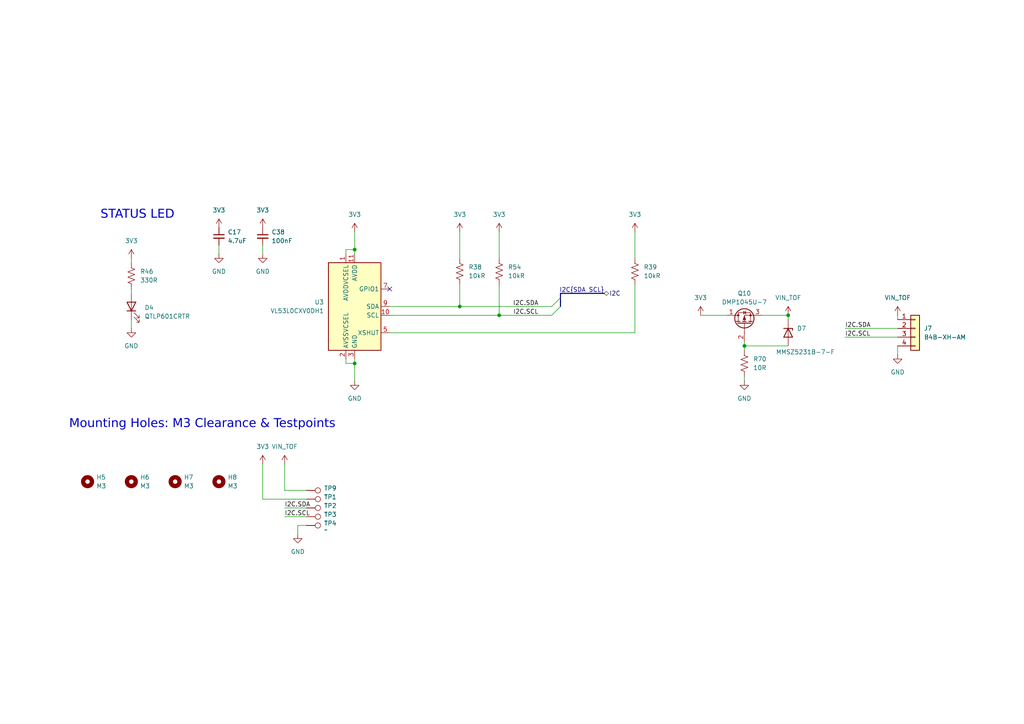
<source format=kicad_sch>
(kicad_sch (version 20231120) (generator "eeschema") (generator_version "8.0")
  (paper "A4")
  (title_block (title "${SHEETNAME}") (rev "1.0.0") (company "Demeter") (comment 1 "Akshat Doctor"))
  (lib_symbols
    (symbol "Connector:TestPoint" (pin_numbers hide) (pin_names (offset 0.762) hide)
      (property "Reference" "TP" (at 0 6.858 0))
      (property "Value" "TestPoint" (at 0 5.08 0))
      (symbol "TestPoint_0_1"
        (circle (center 0 3.302) (radius 0.762))
      )
      (symbol "TestPoint_1_1"
        (pin passive line (at 0 0 90) (length 2.54) (name "1") (number "1"))
      )
    )
    (symbol "Connector_Generic:Conn_01x04" (pin_names (offset 1.016) hide)
      (property "Reference" "J" (at 0 5.08 0))
      (property "Value" "Conn_01x04" (at 0 -7.62 0))
      (symbol "Conn_01x04_1_1"
        (rectangle (start -1.27 -4.953) (end 0 -5.207) (stroke (width 0.1524)))
        (rectangle (start -1.27 -2.413) (end 0 -2.667) (stroke (width 0.1524)))
        (rectangle (start -1.27 0.127) (end 0 -0.127) (stroke (width 0.1524)))
        (rectangle (start -1.27 2.667) (end 0 2.413) (stroke (width 0.1524)))
        (rectangle (start -1.27 3.81) (end 1.27 -6.35) (stroke (width 0.254)) (fill (type background)))
        (pin passive line (at -5.08 2.54 0) (length 3.81) (name "Pin_1") (number "1"))
        (pin passive line (at -5.08 0 0) (length 3.81) (name "Pin_2") (number "2"))
        (pin passive line (at -5.08 -2.54 0) (length 3.81) (name "Pin_3") (number "3"))
        (pin passive line (at -5.08 -5.08 0) (length 3.81) (name "Pin_4") (number "4"))
      )
    )
    (symbol "Device:C_Small" (pin_numbers hide) (pin_names (offset 0.254) hide)
      (property "Reference" "C" (at 0.254 1.778 0))
      (property "Value" "C_Small" (at 0.254 -2.032 0))
      (symbol "C_Small_0_1"
        (polyline (pts (xy -1.524 -0.508) (xy 1.524 -0.508)) (stroke (width 0.3302)))
        (polyline (pts (xy -1.524 0.508) (xy 1.524 0.508)) (stroke (width 0.3048)))
      )
      (symbol "C_Small_1_1"
        (pin passive line (at 0 2.54 270) (length 2.032) (name "~") (number "1"))
        (pin passive line (at 0 -2.54 90) (length 2.032) (name "~") (number "2"))
      )
    )
    (symbol "Device:D_Zener" (pin_numbers hide) (pin_names (offset 1.016) hide)
      (property "Reference" "D" (at 0 2.54 0))
      (property "Value" "D_Zener" (at 0 -2.54 0))
      (symbol "D_Zener_0_1"
        (polyline (pts (xy 1.27 0) (xy -1.27 0)))
        (polyline (pts (xy -1.27 -1.27) (xy -1.27 1.27) (xy -0.762 1.27)) (stroke (width 0.254)))
        (polyline (pts (xy 1.27 -1.27) (xy 1.27 1.27) (xy -1.27 0) (xy 1.27 -1.27)) (stroke (width 0.254)))
      )
      (symbol "D_Zener_1_1"
        (pin passive line (at -3.81 0 0) (length 2.54) (name "K") (number "1"))
        (pin passive line (at 3.81 0 180) (length 2.54) (name "A") (number "2"))
      )
    )
    (symbol "Device:LED" (pin_numbers hide) (pin_names (offset 1.016) hide)
      (property "Reference" "D" (at 0 2.54 0))
      (property "Value" "LED" (at 0 -2.54 0))
      (symbol "LED_0_1"
        (polyline (pts (xy -1.27 -1.27) (xy -1.27 1.27)) (stroke (width 0.254)))
        (polyline (pts (xy -1.27 0) (xy 1.27 0)))
        (polyline (pts (xy 1.27 -1.27) (xy 1.27 1.27) (xy -1.27 0) (xy 1.27 -1.27)) (stroke (width 0.254)))
        (polyline (pts (xy -3.048 -0.762) (xy -4.572 -2.286) (xy -3.81 -2.286) (xy -4.572 -2.286) (xy -4.572 -1.524)))
        (polyline (pts (xy -1.778 -0.762) (xy -3.302 -2.286) (xy -2.54 -2.286) (xy -3.302 -2.286) (xy -3.302 -1.524)))
      )
      (symbol "LED_1_1"
        (pin passive line (at -3.81 0 0) (length 2.54) (name "K") (number "1"))
        (pin passive line (at 3.81 0 180) (length 2.54) (name "A") (number "2"))
      )
    )
    (symbol "Device:Q_PMOS_DGS" (pin_names (offset 0) hide)
      (property "Reference" "Q" (at 5.08 1.27 0))
      (property "Value" "Q_PMOS_DGS" (at 5.08 -1.27 0))
      (symbol "Q_PMOS_DGS_0_1"
        (polyline (pts (xy 0.254 0) (xy -2.54 0)))
        (polyline (pts (xy 0.254 1.905) (xy 0.254 -1.905)) (stroke (width 0.254)))
        (polyline (pts (xy 0.762 -1.27) (xy 0.762 -2.286)) (stroke (width 0.254)))
        (polyline (pts (xy 0.762 0.508) (xy 0.762 -0.508)) (stroke (width 0.254)))
        (polyline (pts (xy 0.762 2.286) (xy 0.762 1.27)) (stroke (width 0.254)))
        (polyline (pts (xy 2.54 2.54) (xy 2.54 1.778)))
        (polyline (pts (xy 2.54 -2.54) (xy 2.54 0) (xy 0.762 0)))
        (polyline (pts (xy 0.762 1.778) (xy 3.302 1.778) (xy 3.302 -1.778) (xy 0.762 -1.778)))
        (polyline (pts (xy 2.286 0) (xy 1.27 0.381) (xy 1.27 -0.381) (xy 2.286 0)) (fill (type outline)))
        (polyline (pts (xy 2.794 -0.508) (xy 2.921 -0.381) (xy 3.683 -0.381) (xy 3.81 -0.254)))
        (polyline (pts (xy 3.302 -0.381) (xy 2.921 0.254) (xy 3.683 0.254) (xy 3.302 -0.381)))
        (circle (center 1.651 0) (radius 2.794) (stroke (width 0.254)))
        (circle (center 2.54 -1.778) (radius 0.254) (fill (type outline)))
        (circle (center 2.54 1.778) (radius 0.254) (fill (type outline)))
      )
      (symbol "Q_PMOS_DGS_1_1"
        (pin passive line (at 2.54 5.08 270) (length 2.54) (name "D") (number "1"))
        (pin input line (at -5.08 0 0) (length 2.54) (name "G") (number "2"))
        (pin passive line (at 2.54 -5.08 90) (length 2.54) (name "S") (number "3"))
      )
    )
    (symbol "Device:R_US" (pin_numbers hide) (pin_names (offset 0))
      (property "Reference" "R" (at 2.54 0 90))
      (property "Value" "R_US" (at -2.54 0 90))
      (symbol "R_US_0_1"
        (polyline (pts (xy 0 -2.286) (xy 0 -2.54)))
        (polyline (pts (xy 0 2.286) (xy 0 2.54)))
        (polyline (pts (xy 0 -0.762) (xy 1.016 -1.143) (xy 0 -1.524) (xy -1.016 -1.905) (xy 0 -2.286)))
        (polyline (pts (xy 0 0.762) (xy 1.016 0.381) (xy 0 0) (xy -1.016 -0.381) (xy 0 -0.762)))
        (polyline (pts (xy 0 2.286) (xy 1.016 1.905) (xy 0 1.524) (xy -1.016 1.143) (xy 0 0.762)))
      )
      (symbol "R_US_1_1"
        (pin passive line (at 0 3.81 270) (length 1.27) (name "~") (number "1"))
        (pin passive line (at 0 -3.81 90) (length 1.27) (name "~") (number "2"))
      )
    )
    (symbol "Mechanical:MountingHole" (pin_names (offset 1.016)) (exclude_from_sim yes) (in_bom no)
      (property "Reference" "H" (at 0 5.08 0))
      (property "Value" "MountingHole" (at 0 3.175 0))
      (symbol "MountingHole_0_1"
        (circle (center 0 0) (radius 1.27) (stroke (width 1.27)))
      )
    )
    (symbol "Sensor_Distance:VL53L0CXV0DH1"
      (property "Reference" "U" (at -6.35 13.97 0))
      (property "Value" "VL53L0CXV0DH1" (at 12.065 13.97 0))
      (symbol "VL53L0CXV0DH1_0_1"
        (rectangle (start -7.62 12.7) (end 7.62 -12.7) (stroke (width 0.254)) (fill (type background)))
      )
      (symbol "VL53L0CXV0DH1_1_1"
        (pin power_in line (at 2.54 15.24 270) (length 2.54) (name "AVDDVCSEL") (number "1"))
        (pin input line (at -10.16 -2.54 0) (length 2.54) (name "SCL") (number "10"))
        (pin power_in line (at 0 15.24 270) (length 2.54) (name "AVDD") (number "11"))
        (pin passive line (at 0 -15.24 90) (length 2.54) hide (name "GND") (number "12"))
        (pin power_in line (at 2.54 -15.24 90) (length 2.54) (name "AVSSVCSEL") (number "2"))
        (pin power_in line (at 0 -15.24 90) (length 2.54) (name "GND") (number "3"))
        (pin passive line (at 0 -15.24 90) (length 2.54) hide (name "GND") (number "4"))
        (pin input line (at -10.16 -7.62 0) (length 2.54) (name "XSHUT") (number "5"))
        (pin passive line (at 0 -15.24 90) (length 2.54) hide (name "GND") (number "6"))
        (pin open_collector line (at -10.16 5.08 0) (length 2.54) (name "GPIO1") (number "7"))
        (pin no_connect line (at -7.62 7.62 0) (length 2.54) hide (name "DNC") (number "8"))
        (pin bidirectional line (at -10.16 0 0) (length 2.54) (name "SDA") (number "9"))
      )
    )
    (symbol "power:GND" (power) (pin_numbers hide) (pin_names (offset 0) hide)
      (property "Value" "GND" (at 0 -3.81 0))
      (symbol "GND_0_1"
        (polyline (pts (xy 0 0) (xy 0 -1.27) (xy 1.27 -1.27) (xy 0 -2.54) (xy -1.27 -1.27) (xy 0 -1.27)))
      )
      (symbol "GND_1_1"
        (pin power_in line (at 0 0 270) (length 0) (name "~") (number "1"))
      )
    )
    (symbol "power:VBUS" (power) (pin_numbers hide) (pin_names (offset 0) hide)
      (property "Value" "VBUS" (at 0 3.556 0))
      (symbol "VBUS_0_1"
        (polyline (pts (xy -0.762 1.27) (xy 0 2.54)))
        (polyline (pts (xy 0 0) (xy 0 2.54)))
        (polyline (pts (xy 0 2.54) (xy 0.762 1.27)))
      )
      (symbol "VBUS_1_1"
        (pin power_in line (at 0 0 90) (length 0) (name "~") (number "1"))
      )
    )
  )
  (junction (at 102.87 72.39))
  (junction (at 144.78 91.44))
  (junction (at 228.6 91.44))
  (junction (at 215.9 100.33))
  (junction (at 133.35 88.9))
  (junction (at 102.87 105.41))
  (no_connect (at 113.03 83.82))
  (bus_entry (at 162.56 86.36) (size -2.54 2.54))
  (bus_entry (at 162.56 88.9) (size -2.54 2.54))
  (wire (pts (xy 63.5 71.12) (xy 63.5 73.66)))
  (wire (pts (xy 102.87 72.39) (xy 102.87 73.66)))
  (wire (pts (xy 102.87 104.14) (xy 102.87 105.41)))
  (wire (pts (xy 260.35 100.33) (xy 260.35 102.87)))
  (wire (pts (xy 245.11 95.25) (xy 260.35 95.25)))
  (wire (pts (xy 38.1 92.71) (xy 38.1 95.25)))
  (wire (pts (xy 88.9 152.4) (xy 86.36 152.4)))
  (wire (pts (xy 184.15 67.31) (xy 184.15 74.93)))
  (bus (pts (xy 175.26 85.09) (xy 162.56 85.09)))
  (wire (pts (xy 38.1 74.93) (xy 38.1 76.2)))
  (wire (pts (xy 100.33 104.14) (xy 100.33 105.41)))
  (wire (pts (xy 144.78 67.31) (xy 144.78 74.93)))
  (wire (pts (xy 38.1 83.82) (xy 38.1 85.09)))
  (wire (pts (xy 215.9 99.06) (xy 215.9 100.33)))
  (wire (pts (xy 215.9 101.6) (xy 215.9 100.33)))
  (wire (pts (xy 133.35 67.31) (xy 133.35 74.93)))
  (wire (pts (xy 100.33 105.41) (xy 102.87 105.41)))
  (wire (pts (xy 160.02 88.9) (xy 133.35 88.9)))
  (wire (pts (xy 203.2 91.44) (xy 210.82 91.44)))
  (wire (pts (xy 160.02 91.44) (xy 144.78 91.44)))
  (wire (pts (xy 215.9 109.22) (xy 215.9 110.49)))
  (wire (pts (xy 76.2 71.12) (xy 76.2 73.66)))
  (wire (pts (xy 100.33 72.39) (xy 102.87 72.39)))
  (wire (pts (xy 133.35 82.55) (xy 133.35 88.9)))
  (wire (pts (xy 102.87 67.31) (xy 102.87 72.39)))
  (wire (pts (xy 260.35 91.44) (xy 260.35 92.71)))
  (wire (pts (xy 133.35 88.9) (xy 113.03 88.9)))
  (wire (pts (xy 82.55 147.32) (xy 88.9 147.32)))
  (wire (pts (xy 102.87 105.41) (xy 102.87 110.49)))
  (wire (pts (xy 100.33 73.66) (xy 100.33 72.39)))
  (wire (pts (xy 88.9 144.78) (xy 76.2 144.78)))
  (wire (pts (xy 144.78 91.44) (xy 113.03 91.44)))
  (wire (pts (xy 113.03 96.52) (xy 184.15 96.52)))
  (wire (pts (xy 88.9 142.24) (xy 82.55 142.24)))
  (wire (pts (xy 86.36 152.4) (xy 86.36 154.94)))
  (wire (pts (xy 82.55 134.62) (xy 82.55 142.24)))
  (wire (pts (xy 82.55 149.86) (xy 88.9 149.86)))
  (wire (pts (xy 215.9 100.33) (xy 228.6 100.33)))
  (bus (pts (xy 162.56 86.36) (xy 162.56 88.9)))
  (bus (pts (xy 162.56 85.09) (xy 162.56 86.36)))
  (wire (pts (xy 184.15 82.55) (xy 184.15 96.52)))
  (wire (pts (xy 144.78 82.55) (xy 144.78 91.44)))
  (wire (pts (xy 220.98 91.44) (xy 228.6 91.44)))
  (wire (pts (xy 76.2 134.62) (xy 76.2 144.78)))
  (wire (pts (xy 228.6 92.71) (xy 228.6 91.44)))
  (wire (pts (xy 245.11 97.79) (xy 260.35 97.79)))
  (text "STATUS LED\n" (exclude_from_sim yes) (at 39.878 62.992 0) (effects (font (size 2.54 2.54))))
  (text "Mounting Holes: M3 Clearance & Testpoints\n" (at 58.674 123.698 0) (effects (font (size 2.54 2.54))))
  (label "I2C.SDA" (at 156.21 88.9 180))
  (label "I2C.SCL" (at 82.55 149.86 0))
  (label "I2C{SDA SCL}" (at 175.26 85.09 180))
  (label "I2C.SCL" (at 245.11 97.79 0))
  (label "I2C.SDA" (at 245.11 95.25 0))
  (label "I2C.SDA" (at 82.55 147.32 0))
  (label "I2C.SCL" (at 156.21 91.44 180))
  (hierarchical_label "I2C" (shape bidirectional) (at 175.26 85.09 0))
  (symbol (lib_id "power:VBUS") (at 184.15 67.31 0) (unit 1)
    (property "Reference" "#PWR072" (effects (hide yes)))
    (property "Value" "3V3" (at 184.15 62.23 0))
    (property "Description" "Power symbol creates a global label with name \"VBUS\"" (effects (hide yes)))
    (instances (project "Column Controller" (path "" (reference "#PWR072") (unit 1)) (path "" (reference "#PWR0126") (unit 1))))
  )
  (symbol (lib_id "Connector:TestPoint") (at 88.9 152.4 270) (unit 1)
    (property "Reference" "TP4" (at 93.98 151.7649 90) (effects (justify left)))
    (property "Value" "~" (at 93.98 153.67 90) (effects (justify left)))
    (property "Footprint" "TestPoint:TestPoint_Pad_D1.0mm" (effects (hide yes)))
    (property "Description" "test point" (effects (hide yes)))
    (instances (project "Column Controller" (path "" (reference "TP4") (unit 1)) (path "" (reference "TP8") (unit 1))))
  )
  (symbol (lib_id "Connector:TestPoint") (at 88.9 144.78 270) (unit 1)
    (property "Reference" "TP1" (at 93.98 144.1449 90) (effects (justify left)))
    (property "Value" "~" (at 93.98 146.05 90) (effects (justify left)))
    (property "Footprint" "TestPoint:TestPoint_Pad_D1.0mm" (effects (hide yes)))
    (property "Description" "test point" (effects (hide yes)))
    (instances (project "Column Controller" (path "" (reference "TP1") (unit 1)) (path "" (reference "TP5") (unit 1))))
  )
  (symbol (lib_id "power:VBUS") (at 228.6 91.44 0) (mirror y) (unit 1)
    (property "Reference" "#PWR0168" (effects (hide yes)))
    (property "Value" "VIN_TOF" (at 228.6 86.36 0))
    (property "Description" "Power symbol creates a global label with name \"VBUS\"" (effects (hide yes)))
    (instances (project "Column Controller" (path "" (reference "#PWR0168") (unit 1)) (path "" (reference "#PWR0171") (unit 1))))
  )
  (symbol (lib_id "Connector_Generic:Conn_01x04") (at 265.43 95.25 0) (unit 1)
    (property "Reference" "J7" (at 267.97 95.2499 0) (effects (justify left)))
    (property "Value" "B4B-XH-AM" (at 267.97 97.7899 0) (effects (justify left)))
    (property "Footprint" "Connector_JST:JST_XH_B4B-XH-AM_1x04_P2.50mm_Vertical" (effects (hide yes)))
    (property "Description" "Generic connector, single row, 01x04, script generated (kicad-library-utils/schlib/autogen/connector/)" (effects (hide yes)))
    (property "Part Number" "B4B-XH-AM" (effects (hide yes)))
    (instances (project "Column Controller" (path "" (reference "J7") (unit 1)) (path "" (reference "J8") (unit 1))))
  )
  (symbol (lib_id "Mechanical:MountingHole") (at 63.5 139.7 0) (unit 1) (exclude_from_sim yes) (in_bom no)
    (property "Reference" "H8" (at 66.04 138.4299 0) (effects (justify left)))
    (property "Value" "M3" (at 66.04 140.9699 0) (effects (justify left)))
    (property "Footprint" "MountingHole:MountingHole_3.2mm_M3" (effects (hide yes)))
    (property "Description" "Mounting Hole without connection" (effects (hide yes)))
    (instances (project "Column Controller" (path "" (reference "H8") (unit 1)) (path "" (reference "H12") (unit 1))))
  )
  (symbol (lib_id "power:VBUS") (at 102.87 67.31 0) (unit 1)
    (property "Reference" "#PWR067" (effects (hide yes)))
    (property "Value" "3V3" (at 102.87 62.23 0))
    (property "Description" "Power symbol creates a global label with name \"VBUS\"" (effects (hide yes)))
    (instances (project "Column Controller" (path "" (reference "#PWR067") (unit 1)) (path "" (reference "#PWR0123") (unit 1))))
  )
  (symbol (lib_id "power:VBUS") (at 63.5 66.04 0) (mirror y) (unit 1)
    (property "Reference" "#PWR070" (effects (hide yes)))
    (property "Value" "3V3" (at 63.5 60.96 0))
    (property "Description" "Power symbol creates a global label with name \"VBUS\"" (effects (hide yes)))
    (instances (project "Column Controller" (path "" (reference "#PWR070") (unit 1)) (path "" (reference "#PWR0121") (unit 1))))
  )
  (symbol (lib_id "Device:R_US") (at 38.1 80.01 180) (unit 1)
    (property "Reference" "R46" (at 40.64 78.7399 0) (effects (justify right)))
    (property "Value" "330R" (at 40.64 81.2799 0) (effects (justify right)))
    (property "Footprint" "Resistor_SMD:R_0402_1005Metric" (effects (hide yes)))
    (property "Description" "Resistor, US symbol" (effects (hide yes)))
    (property "Part Number" "RC0603FR-07330RL" (effects (hide yes)))
    (instances (project "Column Controller" (path "" (reference "R46") (unit 1)) (path "" (reference "R56") (unit 1))))
  )
  (symbol (lib_id "power:VBUS") (at 133.35 67.31 0) (unit 1)
    (property "Reference" "#PWR066" (effects (hide yes)))
    (property "Value" "3V3" (at 133.35 62.23 0))
    (property "Description" "Power symbol creates a global label with name \"VBUS\"" (effects (hide yes)))
    (instances (project "Column Controller" (path "" (reference "#PWR066") (unit 1)) (path "" (reference "#PWR0124") (unit 1))))
  )
  (symbol (lib_id "Device:C_Small") (at 63.5 68.58 0) (unit 1)
    (property "Reference" "C17" (at 66.04 67.3162 0) (effects (justify left)))
    (property "Value" "4.7uF" (at 66.04 69.8562 0) (effects (justify left)))
    (property "Footprint" "Capacitor_SMD:C_1210_3225Metric" (effects (hide yes)))
    (property "Description" "Unpolarized capacitor, small symbol" (effects (hide yes)))
    (property "Part Number" "CL32Y475MCIVPNE" (effects (hide yes)))
    (instances (project "Column Controller" (path "" (reference "C17") (unit 1)) (path "" (reference "C37") (unit 1))))
  )
  (symbol (lib_id "power:GND") (at 86.36 154.94 0) (mirror y) (unit 1)
    (property "Reference" "#PWR0174" (effects (hide yes)))
    (property "Value" "GND" (at 86.36 160.02 0))
    (property "Description" "Power symbol creates a global label with name \"GND\" , ground" (effects (hide yes)))
    (instances (project "Column Controller" (path "" (reference "#PWR0174") (unit 1)) (path "" (reference "#PWR0176") (unit 1))))
  )
  (symbol (lib_id "power:GND") (at 260.35 102.87 0) (unit 1)
    (property "Reference" "#PWR074" (effects (hide yes)))
    (property "Value" "GND" (at 260.35 107.95 0))
    (property "Description" "Power symbol creates a global label with name \"GND\" , ground" (effects (hide yes)))
    (instances (project "Column Controller" (path "" (reference "#PWR074") (unit 1)) (path "" (reference "#PWR0132") (unit 1))))
  )
  (symbol (lib_id "power:GND") (at 63.5 73.66 0) (unit 1)
    (property "Reference" "#PWR071" (effects (hide yes)))
    (property "Value" "GND" (at 63.5 78.74 0))
    (property "Description" "Power symbol creates a global label with name \"GND\" , ground" (effects (hide yes)))
    (instances (project "Column Controller" (path "" (reference "#PWR071") (unit 1)) (path "" (reference "#PWR0127") (unit 1))))
  )
  (symbol (lib_id "Device:LED") (at 38.1 88.9 90) (unit 1)
    (property "Reference" "D4" (at 41.91 89.2174 90) (effects (justify right)))
    (property "Value" "QTLP601CRTR" (at 41.91 91.7574 90) (effects (justify right)))
    (property "Footprint" "LED_SMD:LED_0603_1608Metric" (effects (hide yes)))
    (property "Description" "Light emitting diode" (effects (hide yes)))
    (property "Part Number" "QTLP601CRTR" (effects (hide yes)))
    (instances (project "Column Controller" (path "" (reference "D4") (unit 1)) (path "" (reference "D6") (unit 1))))
  )
  (symbol (lib_id "power:GND") (at 76.2 73.66 0) (unit 1)
    (property "Reference" "#PWR069" (effects (hide yes)))
    (property "Value" "GND" (at 76.2 78.74 0))
    (property "Description" "Power symbol creates a global label with name \"GND\" , ground" (effects (hide yes)))
    (instances (project "Column Controller" (path "" (reference "#PWR069") (unit 1)) (path "" (reference "#PWR0128") (unit 1))))
  )
  (symbol (lib_id "Device:R_US") (at 133.35 78.74 0) (unit 1)
    (property "Reference" "R38" (at 135.89 77.4699 0) (effects (justify left)))
    (property "Value" "10kR" (at 135.89 80.0099 0) (effects (justify left)))
    (property "Footprint" "Resistor_SMD:R_0603_1608Metric" (effects (hide yes)))
    (property "Description" "Resistor, US symbol" (effects (hide yes)))
    (property "Part Number" "RC0603FR-0710KL" (effects (hide yes)))
    (instances (project "Column Controller" (path "" (reference "R38") (unit 1)) (path "" (reference "R53") (unit 1))))
  )
  (symbol (lib_id "Mechanical:MountingHole") (at 38.1 139.7 0) (unit 1) (exclude_from_sim yes) (in_bom no)
    (property "Reference" "H6" (at 40.64 138.4299 0) (effects (justify left)))
    (property "Value" "M3" (at 40.64 140.9699 0) (effects (justify left)))
    (property "Footprint" "MountingHole:MountingHole_3.2mm_M3" (effects (hide yes)))
    (property "Description" "Mounting Hole without connection" (effects (hide yes)))
    (instances (project "Column Controller" (path "" (reference "H6") (unit 1)) (path "" (reference "H10") (unit 1))))
  )
  (symbol (lib_id "power:VBUS") (at 82.55 134.62 0) (mirror y) (unit 1)
    (property "Reference" "#PWR0177" (effects (hide yes)))
    (property "Value" "VIN_TOF" (at 82.55 129.54 0))
    (property "Description" "Power symbol creates a global label with name \"VBUS\"" (effects (hide yes)))
    (instances (project "Column Controller" (path "" (reference "#PWR0177") (unit 1)) (path "" (reference "#PWR0178") (unit 1))))
  )
  (symbol (lib_id "Connector:TestPoint") (at 88.9 142.24 270) (unit 1)
    (property "Reference" "TP9" (at 93.98 141.6049 90) (effects (justify left)))
    (property "Value" "~" (at 93.98 143.51 90) (effects (justify left)))
    (property "Footprint" "TestPoint:TestPoint_Pad_D1.0mm" (effects (hide yes)))
    (property "Description" "test point" (effects (hide yes)))
    (instances (project "Column Controller" (path "" (reference "TP9") (unit 1)) (path "" (reference "TP10") (unit 1))))
  )
  (symbol (lib_id "Device:C_Small") (at 76.2 68.58 0) (unit 1)
    (property "Reference" "C38" (at 78.74 67.3162 0) (effects (justify left)))
    (property "Value" "100nF" (at 78.74 69.8562 0) (effects (justify left)))
    (property "Footprint" "Capacitor_SMD:C_1206_3216Metric" (effects (hide yes)))
    (property "Description" "Unpolarized capacitor, small symbol" (effects (hide yes)))
    (property "Part Number" "CL31B104KCFNNNE" (effects (hide yes)))
  )
  (symbol (lib_id "Mechanical:MountingHole") (at 50.8 139.7 0) (unit 1) (exclude_from_sim yes) (in_bom no)
    (property "Reference" "H7" (at 53.34 138.4299 0) (effects (justify left)))
    (property "Value" "M3" (at 53.34 140.9699 0) (effects (justify left)))
    (property "Footprint" "MountingHole:MountingHole_3.2mm_M3" (effects (hide yes)))
    (property "Description" "Mounting Hole without connection" (effects (hide yes)))
    (instances (project "Column Controller" (path "" (reference "H7") (unit 1)) (path "" (reference "H11") (unit 1))))
  )
  (symbol (lib_id "Device:R_US") (at 184.15 78.74 0) (unit 1)
    (property "Reference" "R39" (at 186.69 77.4699 0) (effects (justify left)))
    (property "Value" "10kR" (at 186.69 80.0099 0) (effects (justify left)))
    (property "Footprint" "Resistor_SMD:R_0603_1608Metric" (effects (hide yes)))
    (property "Description" "Resistor, US symbol" (effects (hide yes)))
    (property "Part Number" "RC0603FR-0710KL" (effects (hide yes)))
    (instances (project "Column Controller" (path "" (reference "R39") (unit 1)) (path "" (reference "R55") (unit 1))))
  )
  (symbol (lib_id "power:VBUS") (at 260.35 91.44 0) (mirror y) (unit 1)
    (property "Reference" "#PWR073" (effects (hide yes)))
    (property "Value" "VIN_TOF" (at 260.35 86.36 0))
    (property "Description" "Power symbol creates a global label with name \"VBUS\"" (effects (hide yes)))
    (instances (project "Column Controller" (path "" (reference "#PWR073") (unit 1)) (path "" (reference "#PWR0130") (unit 1))))
  )
  (symbol (lib_id "power:VBUS") (at 203.2 91.44 0) (mirror y) (unit 1)
    (property "Reference" "#PWR0167" (effects (hide yes)))
    (property "Value" "3V3" (at 203.2 86.36 0))
    (property "Description" "Power symbol creates a global label with name \"VBUS\"" (effects (hide yes)))
    (instances (project "Column Controller" (path "" (reference "#PWR0167") (unit 1)) (path "" (reference "#PWR0170") (unit 1))))
  )
  (symbol (lib_id "Mechanical:MountingHole") (at 25.4 139.7 0) (unit 1) (exclude_from_sim yes) (in_bom no)
    (property "Reference" "H5" (at 27.94 138.4299 0) (effects (justify left)))
    (property "Value" "M3" (at 27.94 140.9699 0) (effects (justify left)))
    (property "Footprint" "MountingHole:MountingHole_3.2mm_M3" (effects (hide yes)))
    (property "Description" "Mounting Hole without connection" (effects (hide yes)))
    (instances (project "Column Controller" (path "" (reference "H5") (unit 1)) (path "" (reference "H9") (unit 1))))
  )
  (symbol (lib_id "power:GND") (at 102.87 110.49 0) (mirror y) (unit 1)
    (property "Reference" "#PWR0133" (effects (hide yes)))
    (property "Value" "GND" (at 102.87 115.57 0))
    (property "Description" "Power symbol creates a global label with name \"GND\" , ground" (effects (hide yes)))
  )
  (symbol (lib_id "Device:D_Zener") (at 228.6 96.52 270) (unit 1)
    (property "Reference" "D7" (at 231.14 95.2499 90) (effects (justify left)))
    (property "Value" "MMSZ5231B-7-F" (at 225.044 102.108 90) (effects (justify left)))
    (property "Footprint" "Diode_SMD:D_SOD-123" (effects (hide yes)))
    (property "Description" "Zener diode" (effects (hide yes)))
    (property "Part Number" "MMSZ5231B-7-F" (effects (hide yes)))
    (instances (project "Column Controller" (path "" (reference "D7") (unit 1)) (path "" (reference "D8") (unit 1))))
  )
  (symbol (lib_id "Connector:TestPoint") (at 88.9 149.86 270) (unit 1)
    (property "Reference" "TP3" (at 93.98 149.2249 90) (effects (justify left)))
    (property "Value" "~" (at 93.98 151.13 90) (effects (justify left)))
    (property "Footprint" "TestPoint:TestPoint_Pad_D1.0mm" (effects (hide yes)))
    (property "Description" "test point" (effects (hide yes)))
    (instances (project "Column Controller" (path "" (reference "TP3") (unit 1)) (path "" (reference "TP7") (unit 1))))
  )
  (symbol (lib_id "Connector:TestPoint") (at 88.9 147.32 270) (unit 1)
    (property "Reference" "TP2" (at 93.98 146.6849 90) (effects (justify left)))
    (property "Value" "~" (at 93.98 148.59 90) (effects (justify left)))
    (property "Footprint" "TestPoint:TestPoint_Pad_D1.0mm" (effects (hide yes)))
    (property "Description" "test point" (effects (hide yes)))
    (instances (project "Column Controller" (path "" (reference "TP2") (unit 1)) (path "" (reference "TP6") (unit 1))))
  )
  (symbol (lib_id "power:GND") (at 38.1 95.25 0) (mirror y) (unit 1)
    (property "Reference" "#PWR0103" (effects (hide yes)))
    (property "Value" "GND" (at 38.1 100.33 0))
    (property "Description" "Power symbol creates a global label with name \"GND\" , ground" (effects (hide yes)))
    (instances (project "Column Controller" (path "" (reference "#PWR0103") (unit 1)) (path "" (reference "#PWR0131") (unit 1))))
  )
  (symbol (lib_id "Device:R_US") (at 215.9 105.41 0) (unit 1)
    (property "Reference" "R70" (at 218.44 104.1399 0) (effects (justify left)))
    (property "Value" "10R" (at 218.44 106.6799 0) (effects (justify left)))
    (property "Footprint" "Resistor_SMD:R_0402_1005Metric" (effects (hide yes)))
    (property "Description" "Resistor, US symbol" (effects (hide yes)))
    (property "Part Number" "RC0603FR-0710RL" (effects (hide yes)))
    (instances (project "Column Controller" (path "" (reference "R70") (unit 1)) (path "" (reference "R71") (unit 1))))
  )
  (symbol (lib_id "power:VBUS") (at 38.1 74.93 0) (mirror y) (unit 1)
    (property "Reference" "#PWR0102" (effects (hide yes)))
    (property "Value" "3V3" (at 38.1 69.85 0))
    (property "Description" "Power symbol creates a global label with name \"VBUS\"" (effects (hide yes)))
    (instances (project "Column Controller" (path "" (reference "#PWR0102") (unit 1)) (path "" (reference "#PWR0129") (unit 1))))
  )
  (symbol (lib_id "Device:R_US") (at 144.78 78.74 0) (unit 1)
    (property "Reference" "R54" (at 147.32 77.4699 0) (effects (justify left)))
    (property "Value" "10kR" (at 147.32 80.0099 0) (effects (justify left)))
    (property "Footprint" "Resistor_SMD:R_0603_1608Metric" (effects (hide yes)))
    (property "Description" "Resistor, US symbol" (effects (hide yes)))
    (property "Part Number" "RC0603FR-0710KL" (effects (hide yes)))
  )
  (symbol (lib_id "power:VBUS") (at 144.78 67.31 0) (unit 1)
    (property "Reference" "#PWR065" (effects (hide yes)))
    (property "Value" "3V3" (at 144.78 62.23 0))
    (property "Description" "Power symbol creates a global label with name \"VBUS\"" (effects (hide yes)))
    (instances (project "Column Controller" (path "" (reference "#PWR065") (unit 1)) (path "" (reference "#PWR0125") (unit 1))))
  )
  (symbol (lib_id "power:VBUS") (at 76.2 134.62 0) (mirror y) (unit 1)
    (property "Reference" "#PWR0173" (effects (hide yes)))
    (property "Value" "3V3" (at 76.2 129.54 0))
    (property "Description" "Power symbol creates a global label with name \"VBUS\"" (effects (hide yes)))
    (instances (project "Column Controller" (path "" (reference "#PWR0173") (unit 1)) (path "" (reference "#PWR0175") (unit 1))))
  )
  (symbol (lib_id "Device:Q_PMOS_DGS") (at 215.9 93.98 90) (unit 1)
    (property "Reference" "Q10" (at 215.9 85.09 90))
    (property "Value" "DMP1045U-7" (at 215.9 87.63 90))
    (property "Footprint" "Package_TO_SOT_SMD:SOT-23-3" (effects (hide yes)))
    (property "Description" "P-MOSFET transistor, drain/gate/source" (effects (hide yes)))
    (property "Part Number" "DMP1045U-7" (effects (hide yes)))
    (instances (project "Column Controller" (path "" (reference "Q10") (unit 1)) (path "" (reference "Q11") (unit 1))))
  )
  (symbol (lib_id "power:VBUS") (at 76.2 66.04 0) (mirror y) (unit 1)
    (property "Reference" "#PWR068" (effects (hide yes)))
    (property "Value" "3V3" (at 76.2 60.96 0))
    (property "Description" "Power symbol creates a global label with name \"VBUS\"" (effects (hide yes)))
    (instances (project "Column Controller" (path "" (reference "#PWR068") (unit 1)) (path "" (reference "#PWR0122") (unit 1))))
  )
  (symbol (lib_id "power:GND") (at 215.9 110.49 0) (mirror y) (unit 1)
    (property "Reference" "#PWR0169" (effects (hide yes)))
    (property "Value" "GND" (at 215.9 115.57 0))
    (property "Description" "Power symbol creates a global label with name \"GND\" , ground" (effects (hide yes)))
    (instances (project "Column Controller" (path "" (reference "#PWR0169") (unit 1)) (path "" (reference "#PWR0172") (unit 1))))
  )
  (symbol (lib_id "Sensor_Distance:VL53L0CXV0DH1") (at 102.87 88.9 0) (mirror y) (unit 1)
    (property "Reference" "U3" (at 93.98 87.6299 0) (effects (justify left)))
    (property "Value" "VL53L0CXV0DH1" (at 93.98 90.1699 0) (effects (justify left)))
    (property "Footprint" "Sensor_Distance:ST_VL53L1x" (effects (hide yes)))
    (property "Datasheet" "https://www.st.com/resource/en/datasheet/vl53l0x.pdf" (effects (hide yes)))
    (property "Description" "2m distance ranging ToF sensor, Optical LGA12" (effects (hide yes)))
    (property "Part Number" "VL53L0X" (effects (hide yes)))
    (instances (project "Column Controller" (path "" (reference "U3") (unit 1)) (path "" (reference "U7") (unit 1))))
  )
)
</source>
